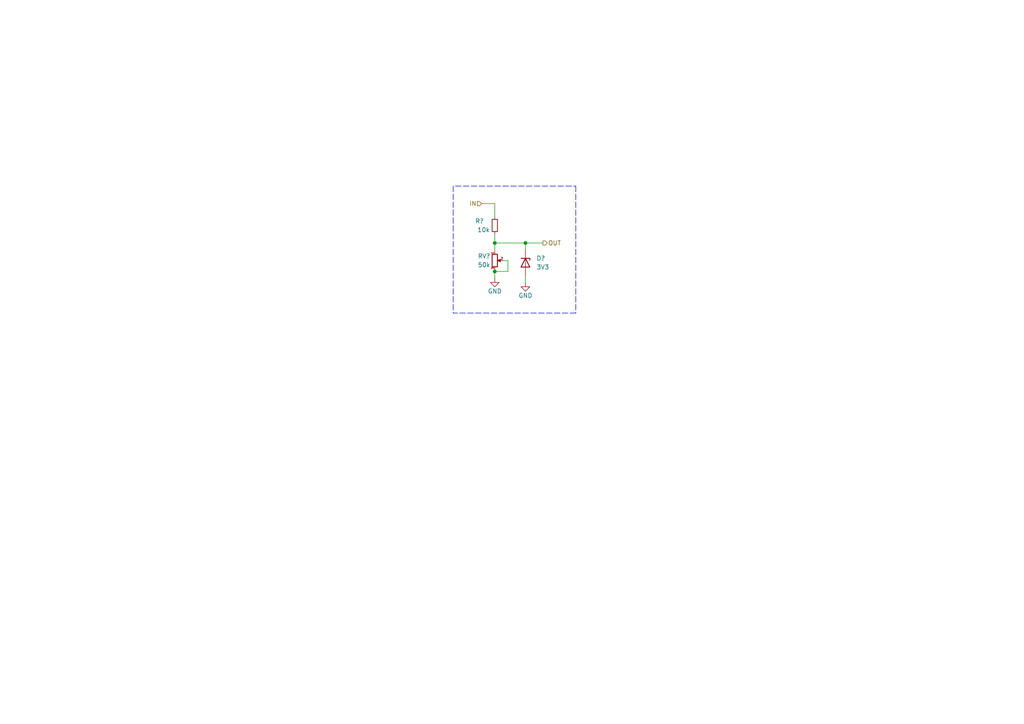
<source format=kicad_sch>
(kicad_sch (version 20211123) (generator eeschema)
  (paper "A4")
  (lib_symbols
    (symbol "Device:R_Potentiometer_Small" (pin_names (offset 1.016) hide)
      (property "Reference" "RV" (at -4.445 0 90))
      (property "Value" "R_Potentiometer_Small" (at -2.54 0 90))
      (symbol "R_Potentiometer_Small_0_1"
        (polyline (pts (xy 0.889 0) (xy 0.635 0) (xy 1.651 0.381) (xy 1.651 -0.381) (xy 0.635 0) (xy 0.889 0)) (fill (type outline)))
        (rectangle (start 0.762 1.8034) (end -0.762 -1.8034) (stroke (width 0.254)))
      )
      (symbol "R_Potentiometer_Small_1_1"
        (pin passive line (at 0 2.54 270) (length 0.635) (name "1") (number "1"))
        (pin passive line (at 2.54 0 180) (length 0.9906) (name "2") (number "2"))
        (pin passive line (at 0 -2.54 90) (length 0.635) (name "3") (number "3"))
      )
    )
    (symbol "Device:R_Small" (pin_numbers hide) (pin_names (offset 0.254) hide)
      (property "Reference" "R" (at 0.762 0.508 0))
      (property "Value" "R_Small" (at 0.762 -1.016 0))
      (symbol "R_Small_0_1"
        (rectangle (start -0.762 1.778) (end 0.762 -1.778) (stroke (width 0.2032)))
      )
      (symbol "R_Small_1_1"
        (pin passive line (at 0 2.54 270) (length 0.762) (name "~") (number "1"))
        (pin passive line (at 0 -2.54 90) (length 0.762) (name "~") (number "2"))
      )
    )
    (symbol "Diode:BZX84Cxx" (pin_numbers hide) (pin_names hide)
      (property "Reference" "D" (at 0 3.81 0))
      (property "Value" "BZX84Cxx" (at 0 -3.81 0))
      (symbol "BZX84Cxx_0_1"
        (polyline (pts (xy 1.27 0) (xy -1.27 0)))
        (polyline (pts (xy -1.27 -1.27) (xy -1.27 1.27) (xy -0.762 1.27)) (stroke (width 0.254)))
        (polyline (pts (xy 1.27 -1.27) (xy 1.27 1.27) (xy -1.27 0) (xy 1.27 -1.27)) (stroke (width 0.254)))
      )
      (symbol "BZX84Cxx_1_1"
        (pin passive line (at 3.81 0 180) (length 2.54) (name "A") (number "1"))
        (pin no_connect line (at 1.27 0 180) (length 2.54) hide (name "NC") (number "2"))
        (pin passive line (at -3.81 0 0) (length 2.54) (name "K") (number "3"))
      )
    )
    (symbol "power:GND" (power) (pin_names (offset 0))
      (property "Value" "GND" (at 0 -3.81 0))
      (symbol "GND_0_1"
        (polyline (pts (xy 0 0) (xy 0 -1.27) (xy 1.27 -1.27) (xy 0 -2.54) (xy -1.27 -1.27) (xy 0 -1.27)))
      )
      (symbol "GND_1_1"
        (pin power_in line (at 0 0 270) (length 0) hide (name "GND") (number "1"))
      )
    )
  )
  (junction (at 152.4 70.485))
  (junction (at 143.51 70.485))
  (junction (at 143.51 78.74))
  (polyline (pts (xy 132.08 53.975) (xy 167.005 53.975)))
  (wire (pts (xy 143.51 70.485) (xy 152.4 70.485)))
  (wire (pts (xy 147.32 75.565) (xy 147.32 78.74)))
  (wire (pts (xy 143.51 70.485) (xy 143.51 73.025)))
  (wire (pts (xy 143.51 67.945) (xy 143.51 70.485)))
  (polyline (pts (xy 167.005 90.805) (xy 131.445 90.805)))
  (wire (pts (xy 147.32 78.74) (xy 143.51 78.74)))
  (wire (pts (xy 139.7 59.055) (xy 143.51 59.055)))
  (wire (pts (xy 152.4 72.39) (xy 152.4 70.485)))
  (polyline (pts (xy 167.005 53.975) (xy 167.005 90.805)))
  (wire (pts (xy 152.4 81.915) (xy 152.4 80.01)))
  (wire (pts (xy 143.51 59.055) (xy 143.51 62.865)))
  (wire (pts (xy 143.51 78.105) (xy 143.51 78.74)))
  (wire (pts (xy 152.4 70.485) (xy 157.48 70.485)))
  (wire (pts (xy 146.05 75.565) (xy 147.32 75.565)))
  (wire (pts (xy 143.51 78.74) (xy 143.51 80.645)))
  (polyline (pts (xy 131.445 53.975) (xy 131.445 90.805)))
  (hierarchical_label "OUT" (shape output) (at 157.48 70.485 0))
  (hierarchical_label "IN" (shape input) (at 139.7 59.055 180))
  (symbol (lib_id "Device:R_Potentiometer_Small") (at 143.51 75.565 0) (unit 1)
    (property "Reference" "RV?" (at 142.24 74.295 0) (effects (justify right)))
    (property "Value" "50k" (at 142.24 76.835 0) (effects (justify right)))
    (property "Footprint" "Potentiometer_THT:Potentiometer_Vishay_T73XW_Horizontal" (effects hide))
  )
  (symbol (lib_id "Device:R_Small") (at 143.51 65.405 0) (unit 1)
    (property "Reference" "R?" (at 137.795 64.135 0) (effects (justify left)))
    (property "Value" "10k" (at 138.43 66.675 0) (effects (justify left)))
    (property "Footprint" "Resistor_SMD:R_0603_1608Metric_Pad0.98x0.95mm_HandSolder" (effects hide))
  )
  (symbol (lib_id "Diode:BZX84Cxx") (at 152.4 76.2 270) (unit 1)
    (property "Reference" "D?" (at 155.575 74.9299 90) (effects (justify left)))
    (property "Value" "3V3" (at 155.575 77.4699 90) (effects (justify left)))
    (property "Footprint" "Package_TO_SOT_SMD:SOT-23" (effects hide))
    (property "Datasheet" "https://diotec.com/tl_files/diotec/files/pdf/datasheets/bzx84c2v4.pdf" (effects hide))
  )
  (symbol (lib_id "power:GND") (at 152.4 81.915 0) (unit 1)
    (property "Reference" "#PWR?" (effects hide))
    (property "Value" "GND" (at 152.4 85.725 0))
  )
  (symbol (lib_id "power:GND") (at 143.51 80.645 0) (unit 1)
    (property "Reference" "#PWR?" (effects hide))
    (property "Value" "GND" (at 143.51 84.455 0))
  )
)
</source>
